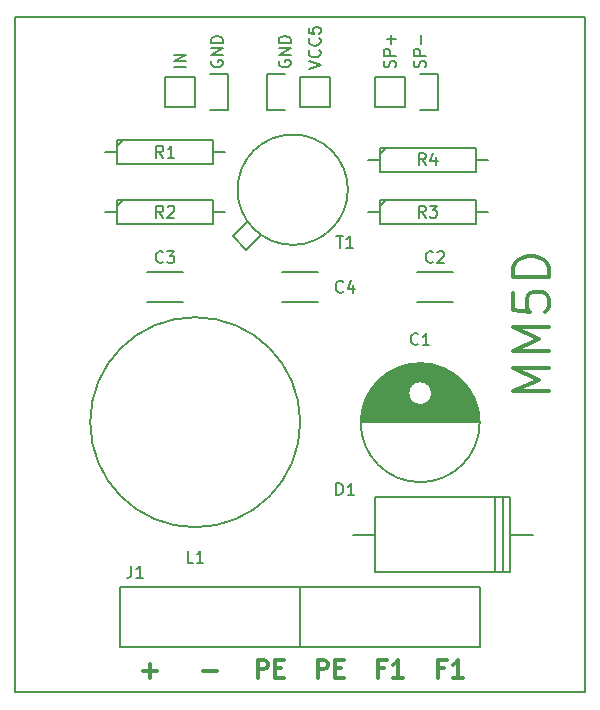
<source format=gbr>
G04 #@! TF.FileFunction,Legend,Top*
%FSLAX46Y46*%
G04 Gerber Fmt 4.6, Leading zero omitted, Abs format (unit mm)*
G04 Created by KiCad (PCBNEW 4.0.7) date 02/20/20 23:32:09*
%MOMM*%
%LPD*%
G01*
G04 APERTURE LIST*
%ADD10C,0.150000*%
%ADD11C,0.300000*%
%ADD12C,0.200000*%
G04 APERTURE END LIST*
D10*
D11*
X163282143Y-100257856D02*
X160282143Y-100257856D01*
X162425000Y-99257856D01*
X160282143Y-98257856D01*
X163282143Y-98257856D01*
X163282143Y-96829285D02*
X160282143Y-96829285D01*
X162425000Y-95829285D01*
X160282143Y-94829285D01*
X163282143Y-94829285D01*
X160282143Y-91972143D02*
X160282143Y-93400714D01*
X161710714Y-93543571D01*
X161567857Y-93400714D01*
X161425000Y-93115000D01*
X161425000Y-92400714D01*
X161567857Y-92115000D01*
X161710714Y-91972143D01*
X161996429Y-91829286D01*
X162710714Y-91829286D01*
X162996429Y-91972143D01*
X163139286Y-92115000D01*
X163282143Y-92400714D01*
X163282143Y-93115000D01*
X163139286Y-93400714D01*
X162996429Y-93543571D01*
X163282143Y-90543571D02*
X160282143Y-90543571D01*
X160282143Y-89829286D01*
X160425000Y-89400714D01*
X160710714Y-89115000D01*
X160996429Y-88972143D01*
X161567857Y-88829286D01*
X161996429Y-88829286D01*
X162567857Y-88972143D01*
X162853571Y-89115000D01*
X163139286Y-89400714D01*
X163282143Y-89829286D01*
X163282143Y-90543571D01*
X143708572Y-124503571D02*
X143708572Y-123003571D01*
X144280000Y-123003571D01*
X144422858Y-123075000D01*
X144494286Y-123146429D01*
X144565715Y-123289286D01*
X144565715Y-123503571D01*
X144494286Y-123646429D01*
X144422858Y-123717857D01*
X144280000Y-123789286D01*
X143708572Y-123789286D01*
X145208572Y-123717857D02*
X145708572Y-123717857D01*
X145922858Y-124503571D02*
X145208572Y-124503571D01*
X145208572Y-123003571D01*
X145922858Y-123003571D01*
X154440001Y-123717857D02*
X153940001Y-123717857D01*
X153940001Y-124503571D02*
X153940001Y-123003571D01*
X154654287Y-123003571D01*
X156011429Y-124503571D02*
X155154286Y-124503571D01*
X155582858Y-124503571D02*
X155582858Y-123003571D01*
X155440001Y-123217857D01*
X155297143Y-123360714D01*
X155154286Y-123432143D01*
X149360001Y-123717857D02*
X148860001Y-123717857D01*
X148860001Y-124503571D02*
X148860001Y-123003571D01*
X149574287Y-123003571D01*
X150931429Y-124503571D02*
X150074286Y-124503571D01*
X150502858Y-124503571D02*
X150502858Y-123003571D01*
X150360001Y-123217857D01*
X150217143Y-123360714D01*
X150074286Y-123432143D01*
X138628572Y-124503571D02*
X138628572Y-123003571D01*
X139200000Y-123003571D01*
X139342858Y-123075000D01*
X139414286Y-123146429D01*
X139485715Y-123289286D01*
X139485715Y-123503571D01*
X139414286Y-123646429D01*
X139342858Y-123717857D01*
X139200000Y-123789286D01*
X138628572Y-123789286D01*
X140128572Y-123717857D02*
X140628572Y-123717857D01*
X140842858Y-124503571D02*
X140128572Y-124503571D01*
X140128572Y-123003571D01*
X140842858Y-123003571D01*
X134048572Y-123932143D02*
X135191429Y-123932143D01*
X128968572Y-123932143D02*
X130111429Y-123932143D01*
X129540000Y-124503571D02*
X129540000Y-123360714D01*
D12*
X157480000Y-121920000D02*
X142240000Y-121920000D01*
X157480000Y-116840000D02*
X157480000Y-121920000D01*
X142240000Y-116840000D02*
X157480000Y-116840000D01*
X127000000Y-116840000D02*
X127000000Y-121920000D01*
X142240000Y-116840000D02*
X127000000Y-116840000D01*
X142240000Y-121920000D02*
X142240000Y-116840000D01*
X127000000Y-121920000D02*
X142240000Y-121920000D01*
D10*
X132532381Y-72786905D02*
X131532381Y-72786905D01*
X132532381Y-72310715D02*
X131532381Y-72310715D01*
X132532381Y-71739286D01*
X131532381Y-71739286D01*
X134755000Y-72263095D02*
X134707381Y-72358333D01*
X134707381Y-72501190D01*
X134755000Y-72644048D01*
X134850238Y-72739286D01*
X134945476Y-72786905D01*
X135135952Y-72834524D01*
X135278810Y-72834524D01*
X135469286Y-72786905D01*
X135564524Y-72739286D01*
X135659762Y-72644048D01*
X135707381Y-72501190D01*
X135707381Y-72405952D01*
X135659762Y-72263095D01*
X135612143Y-72215476D01*
X135278810Y-72215476D01*
X135278810Y-72405952D01*
X135707381Y-71786905D02*
X134707381Y-71786905D01*
X135707381Y-71215476D01*
X134707381Y-71215476D01*
X135707381Y-70739286D02*
X134707381Y-70739286D01*
X134707381Y-70501191D01*
X134755000Y-70358333D01*
X134850238Y-70263095D01*
X134945476Y-70215476D01*
X135135952Y-70167857D01*
X135278810Y-70167857D01*
X135469286Y-70215476D01*
X135564524Y-70263095D01*
X135659762Y-70358333D01*
X135707381Y-70501191D01*
X135707381Y-70739286D01*
X152804762Y-72834524D02*
X152852381Y-72691667D01*
X152852381Y-72453571D01*
X152804762Y-72358333D01*
X152757143Y-72310714D01*
X152661905Y-72263095D01*
X152566667Y-72263095D01*
X152471429Y-72310714D01*
X152423810Y-72358333D01*
X152376190Y-72453571D01*
X152328571Y-72644048D01*
X152280952Y-72739286D01*
X152233333Y-72786905D01*
X152138095Y-72834524D01*
X152042857Y-72834524D01*
X151947619Y-72786905D01*
X151900000Y-72739286D01*
X151852381Y-72644048D01*
X151852381Y-72405952D01*
X151900000Y-72263095D01*
X152852381Y-71834524D02*
X151852381Y-71834524D01*
X151852381Y-71453571D01*
X151900000Y-71358333D01*
X151947619Y-71310714D01*
X152042857Y-71263095D01*
X152185714Y-71263095D01*
X152280952Y-71310714D01*
X152328571Y-71358333D01*
X152376190Y-71453571D01*
X152376190Y-71834524D01*
X152471429Y-70834524D02*
X152471429Y-70072619D01*
X150264762Y-72834524D02*
X150312381Y-72691667D01*
X150312381Y-72453571D01*
X150264762Y-72358333D01*
X150217143Y-72310714D01*
X150121905Y-72263095D01*
X150026667Y-72263095D01*
X149931429Y-72310714D01*
X149883810Y-72358333D01*
X149836190Y-72453571D01*
X149788571Y-72644048D01*
X149740952Y-72739286D01*
X149693333Y-72786905D01*
X149598095Y-72834524D01*
X149502857Y-72834524D01*
X149407619Y-72786905D01*
X149360000Y-72739286D01*
X149312381Y-72644048D01*
X149312381Y-72405952D01*
X149360000Y-72263095D01*
X150312381Y-71834524D02*
X149312381Y-71834524D01*
X149312381Y-71453571D01*
X149360000Y-71358333D01*
X149407619Y-71310714D01*
X149502857Y-71263095D01*
X149645714Y-71263095D01*
X149740952Y-71310714D01*
X149788571Y-71358333D01*
X149836190Y-71453571D01*
X149836190Y-71834524D01*
X149931429Y-70834524D02*
X149931429Y-70072619D01*
X150312381Y-70453571D02*
X149550476Y-70453571D01*
X140470000Y-72263095D02*
X140422381Y-72358333D01*
X140422381Y-72501190D01*
X140470000Y-72644048D01*
X140565238Y-72739286D01*
X140660476Y-72786905D01*
X140850952Y-72834524D01*
X140993810Y-72834524D01*
X141184286Y-72786905D01*
X141279524Y-72739286D01*
X141374762Y-72644048D01*
X141422381Y-72501190D01*
X141422381Y-72405952D01*
X141374762Y-72263095D01*
X141327143Y-72215476D01*
X140993810Y-72215476D01*
X140993810Y-72405952D01*
X141422381Y-71786905D02*
X140422381Y-71786905D01*
X141422381Y-71215476D01*
X140422381Y-71215476D01*
X141422381Y-70739286D02*
X140422381Y-70739286D01*
X140422381Y-70501191D01*
X140470000Y-70358333D01*
X140565238Y-70263095D01*
X140660476Y-70215476D01*
X140850952Y-70167857D01*
X140993810Y-70167857D01*
X141184286Y-70215476D01*
X141279524Y-70263095D01*
X141374762Y-70358333D01*
X141422381Y-70501191D01*
X141422381Y-70739286D01*
X142962381Y-72929762D02*
X143962381Y-72596429D01*
X142962381Y-72263095D01*
X143867143Y-71358333D02*
X143914762Y-71405952D01*
X143962381Y-71548809D01*
X143962381Y-71644047D01*
X143914762Y-71786905D01*
X143819524Y-71882143D01*
X143724286Y-71929762D01*
X143533810Y-71977381D01*
X143390952Y-71977381D01*
X143200476Y-71929762D01*
X143105238Y-71882143D01*
X143010000Y-71786905D01*
X142962381Y-71644047D01*
X142962381Y-71548809D01*
X143010000Y-71405952D01*
X143057619Y-71358333D01*
X143867143Y-70358333D02*
X143914762Y-70405952D01*
X143962381Y-70548809D01*
X143962381Y-70644047D01*
X143914762Y-70786905D01*
X143819524Y-70882143D01*
X143724286Y-70929762D01*
X143533810Y-70977381D01*
X143390952Y-70977381D01*
X143200476Y-70929762D01*
X143105238Y-70882143D01*
X143010000Y-70786905D01*
X142962381Y-70644047D01*
X142962381Y-70548809D01*
X143010000Y-70405952D01*
X143057619Y-70358333D01*
X142962381Y-69453571D02*
X142962381Y-69929762D01*
X143438571Y-69977381D01*
X143390952Y-69929762D01*
X143343333Y-69834524D01*
X143343333Y-69596428D01*
X143390952Y-69501190D01*
X143438571Y-69453571D01*
X143533810Y-69405952D01*
X143771905Y-69405952D01*
X143867143Y-69453571D01*
X143914762Y-69501190D01*
X143962381Y-69596428D01*
X143962381Y-69834524D01*
X143914762Y-69929762D01*
X143867143Y-69977381D01*
X118110000Y-68580000D02*
X160020000Y-68580000D01*
X118110000Y-125730000D02*
X118110000Y-68580000D01*
X158115000Y-125730000D02*
X118110000Y-125730000D01*
X166370000Y-125730000D02*
X158115000Y-125730000D01*
X166370000Y-68580000D02*
X166370000Y-125730000D01*
X160020000Y-68580000D02*
X166370000Y-68580000D01*
X165100000Y-125730000D02*
X166370000Y-125730000D01*
X158115000Y-125730000D02*
X165100000Y-125730000D01*
X151130000Y-76200000D02*
X148590000Y-76200000D01*
X153950000Y-76480000D02*
X152400000Y-76480000D01*
X151130000Y-76200000D02*
X151130000Y-73660000D01*
X152400000Y-73380000D02*
X153950000Y-73380000D01*
X153950000Y-73380000D02*
X153950000Y-76480000D01*
X151130000Y-73660000D02*
X148590000Y-73660000D01*
X148590000Y-73660000D02*
X148590000Y-76200000D01*
X142240000Y-73660000D02*
X144780000Y-73660000D01*
X139420000Y-73380000D02*
X140970000Y-73380000D01*
X142240000Y-73660000D02*
X142240000Y-76200000D01*
X140970000Y-76480000D02*
X139420000Y-76480000D01*
X139420000Y-76480000D02*
X139420000Y-73380000D01*
X142240000Y-76200000D02*
X144780000Y-76200000D01*
X144780000Y-76200000D02*
X144780000Y-73660000D01*
X133350000Y-76200000D02*
X130810000Y-76200000D01*
X136170000Y-76480000D02*
X134620000Y-76480000D01*
X133350000Y-76200000D02*
X133350000Y-73660000D01*
X134620000Y-73380000D02*
X136170000Y-73380000D01*
X136170000Y-73380000D02*
X136170000Y-76480000D01*
X133350000Y-73660000D02*
X130810000Y-73660000D01*
X130810000Y-73660000D02*
X130810000Y-76200000D01*
X147955000Y-80645000D02*
X148971000Y-80645000D01*
X148971000Y-80645000D02*
X148971000Y-79629000D01*
X148971000Y-79629000D02*
X157099000Y-79629000D01*
X157099000Y-79629000D02*
X157099000Y-81661000D01*
X157099000Y-81661000D02*
X148971000Y-81661000D01*
X148971000Y-81661000D02*
X148971000Y-80645000D01*
X148971000Y-80137000D02*
X149479000Y-79629000D01*
X158115000Y-80645000D02*
X157099000Y-80645000D01*
X125730000Y-80010000D02*
X126746000Y-80010000D01*
X126746000Y-80010000D02*
X126746000Y-78994000D01*
X126746000Y-78994000D02*
X134874000Y-78994000D01*
X134874000Y-78994000D02*
X134874000Y-81026000D01*
X134874000Y-81026000D02*
X126746000Y-81026000D01*
X126746000Y-81026000D02*
X126746000Y-80010000D01*
X126746000Y-79502000D02*
X127254000Y-78994000D01*
X135890000Y-80010000D02*
X134874000Y-80010000D01*
X125730000Y-85090000D02*
X126746000Y-85090000D01*
X126746000Y-85090000D02*
X126746000Y-84074000D01*
X126746000Y-84074000D02*
X134874000Y-84074000D01*
X134874000Y-84074000D02*
X134874000Y-86106000D01*
X134874000Y-86106000D02*
X126746000Y-86106000D01*
X126746000Y-86106000D02*
X126746000Y-85090000D01*
X126746000Y-84582000D02*
X127254000Y-84074000D01*
X135890000Y-85090000D02*
X134874000Y-85090000D01*
X147955000Y-85090000D02*
X148971000Y-85090000D01*
X148971000Y-85090000D02*
X148971000Y-84074000D01*
X148971000Y-84074000D02*
X157099000Y-84074000D01*
X157099000Y-84074000D02*
X157099000Y-86106000D01*
X157099000Y-86106000D02*
X148971000Y-86106000D01*
X148971000Y-86106000D02*
X148971000Y-85090000D01*
X148971000Y-84582000D02*
X149479000Y-84074000D01*
X158115000Y-85090000D02*
X157099000Y-85090000D01*
X129290000Y-90190000D02*
X132290000Y-90190000D01*
X132290000Y-92690000D02*
X129290000Y-92690000D01*
X152150000Y-90190000D02*
X155150000Y-90190000D01*
X155150000Y-92690000D02*
X152150000Y-92690000D01*
X138938000Y-86995000D02*
X137668000Y-88265000D01*
X137795000Y-85852000D02*
X136525000Y-87122000D01*
X136525000Y-87122000D02*
X137668000Y-88265000D01*
X146278186Y-83185000D02*
G75*
G03X146278186Y-83185000I-4673186J0D01*
G01*
X147401000Y-102835000D02*
X157399000Y-102835000D01*
X147405000Y-102695000D02*
X157395000Y-102695000D01*
X147413000Y-102555000D02*
X157387000Y-102555000D01*
X147425000Y-102415000D02*
X157375000Y-102415000D01*
X147440000Y-102275000D02*
X157360000Y-102275000D01*
X147460000Y-102135000D02*
X157340000Y-102135000D01*
X147484000Y-101995000D02*
X157316000Y-101995000D01*
X147513000Y-101855000D02*
X157287000Y-101855000D01*
X147545000Y-101715000D02*
X157255000Y-101715000D01*
X147582000Y-101575000D02*
X157218000Y-101575000D01*
X147623000Y-101435000D02*
X157177000Y-101435000D01*
X147668000Y-101295000D02*
X151934000Y-101295000D01*
X152866000Y-101295000D02*
X157132000Y-101295000D01*
X147718000Y-101155000D02*
X151733000Y-101155000D01*
X153067000Y-101155000D02*
X157082000Y-101155000D01*
X147773000Y-101015000D02*
X151604000Y-101015000D01*
X153196000Y-101015000D02*
X157027000Y-101015000D01*
X147833000Y-100875000D02*
X151515000Y-100875000D01*
X153285000Y-100875000D02*
X156967000Y-100875000D01*
X147898000Y-100735000D02*
X151454000Y-100735000D01*
X153346000Y-100735000D02*
X156902000Y-100735000D01*
X147968000Y-100595000D02*
X151417000Y-100595000D01*
X153383000Y-100595000D02*
X156832000Y-100595000D01*
X148044000Y-100455000D02*
X151401000Y-100455000D01*
X153399000Y-100455000D02*
X156756000Y-100455000D01*
X148126000Y-100315000D02*
X151405000Y-100315000D01*
X153395000Y-100315000D02*
X156674000Y-100315000D01*
X148214000Y-100175000D02*
X151428000Y-100175000D01*
X153372000Y-100175000D02*
X156586000Y-100175000D01*
X148309000Y-100035000D02*
X151473000Y-100035000D01*
X153327000Y-100035000D02*
X156491000Y-100035000D01*
X148411000Y-99895000D02*
X151543000Y-99895000D01*
X153257000Y-99895000D02*
X156389000Y-99895000D01*
X148521000Y-99755000D02*
X151644000Y-99755000D01*
X153156000Y-99755000D02*
X156279000Y-99755000D01*
X148639000Y-99615000D02*
X151793000Y-99615000D01*
X153007000Y-99615000D02*
X156161000Y-99615000D01*
X148767000Y-99475000D02*
X152045000Y-99475000D01*
X152755000Y-99475000D02*
X156033000Y-99475000D01*
X148904000Y-99335000D02*
X155896000Y-99335000D01*
X149054000Y-99195000D02*
X155746000Y-99195000D01*
X149216000Y-99055000D02*
X155584000Y-99055000D01*
X149393000Y-98915000D02*
X155407000Y-98915000D01*
X149589000Y-98775000D02*
X155211000Y-98775000D01*
X149807000Y-98635000D02*
X154993000Y-98635000D01*
X150053000Y-98495000D02*
X154747000Y-98495000D01*
X150338000Y-98355000D02*
X154462000Y-98355000D01*
X150680000Y-98215000D02*
X154120000Y-98215000D01*
X151126000Y-98075000D02*
X153674000Y-98075000D01*
X151901000Y-97935000D02*
X152899000Y-97935000D01*
X153400000Y-100410000D02*
G75*
G03X153400000Y-100410000I-1000000J0D01*
G01*
X157437500Y-102910000D02*
G75*
G03X157437500Y-102910000I-5037500J0D01*
G01*
X148590000Y-109220000D02*
X148590000Y-115570000D01*
X148590000Y-115570000D02*
X160020000Y-115570000D01*
X160020000Y-115570000D02*
X160020000Y-109220000D01*
X160020000Y-109220000D02*
X148590000Y-109220000D01*
X159385000Y-109220000D02*
X159385000Y-115570000D01*
X158750000Y-115570000D02*
X158750000Y-109220000D01*
X160020000Y-112395000D02*
X161925000Y-112395000D01*
X148590000Y-112395000D02*
X146685000Y-112395000D01*
X140720000Y-90190000D02*
X143720000Y-90190000D01*
X143720000Y-92690000D02*
X140720000Y-92690000D01*
X142240000Y-102870000D02*
G75*
G03X142240000Y-102870000I-8890000J0D01*
G01*
X152868334Y-81097381D02*
X152535000Y-80621190D01*
X152296905Y-81097381D02*
X152296905Y-80097381D01*
X152677858Y-80097381D01*
X152773096Y-80145000D01*
X152820715Y-80192619D01*
X152868334Y-80287857D01*
X152868334Y-80430714D01*
X152820715Y-80525952D01*
X152773096Y-80573571D01*
X152677858Y-80621190D01*
X152296905Y-80621190D01*
X153725477Y-80430714D02*
X153725477Y-81097381D01*
X153487381Y-80049762D02*
X153249286Y-80764048D01*
X153868334Y-80764048D01*
X130643334Y-80462381D02*
X130310000Y-79986190D01*
X130071905Y-80462381D02*
X130071905Y-79462381D01*
X130452858Y-79462381D01*
X130548096Y-79510000D01*
X130595715Y-79557619D01*
X130643334Y-79652857D01*
X130643334Y-79795714D01*
X130595715Y-79890952D01*
X130548096Y-79938571D01*
X130452858Y-79986190D01*
X130071905Y-79986190D01*
X131595715Y-80462381D02*
X131024286Y-80462381D01*
X131310000Y-80462381D02*
X131310000Y-79462381D01*
X131214762Y-79605238D01*
X131119524Y-79700476D01*
X131024286Y-79748095D01*
X130643334Y-85542381D02*
X130310000Y-85066190D01*
X130071905Y-85542381D02*
X130071905Y-84542381D01*
X130452858Y-84542381D01*
X130548096Y-84590000D01*
X130595715Y-84637619D01*
X130643334Y-84732857D01*
X130643334Y-84875714D01*
X130595715Y-84970952D01*
X130548096Y-85018571D01*
X130452858Y-85066190D01*
X130071905Y-85066190D01*
X131024286Y-84637619D02*
X131071905Y-84590000D01*
X131167143Y-84542381D01*
X131405239Y-84542381D01*
X131500477Y-84590000D01*
X131548096Y-84637619D01*
X131595715Y-84732857D01*
X131595715Y-84828095D01*
X131548096Y-84970952D01*
X130976667Y-85542381D01*
X131595715Y-85542381D01*
X152868334Y-85542381D02*
X152535000Y-85066190D01*
X152296905Y-85542381D02*
X152296905Y-84542381D01*
X152677858Y-84542381D01*
X152773096Y-84590000D01*
X152820715Y-84637619D01*
X152868334Y-84732857D01*
X152868334Y-84875714D01*
X152820715Y-84970952D01*
X152773096Y-85018571D01*
X152677858Y-85066190D01*
X152296905Y-85066190D01*
X153201667Y-84542381D02*
X153820715Y-84542381D01*
X153487381Y-84923333D01*
X153630239Y-84923333D01*
X153725477Y-84970952D01*
X153773096Y-85018571D01*
X153820715Y-85113810D01*
X153820715Y-85351905D01*
X153773096Y-85447143D01*
X153725477Y-85494762D01*
X153630239Y-85542381D01*
X153344524Y-85542381D01*
X153249286Y-85494762D01*
X153201667Y-85447143D01*
X130623334Y-89297143D02*
X130575715Y-89344762D01*
X130432858Y-89392381D01*
X130337620Y-89392381D01*
X130194762Y-89344762D01*
X130099524Y-89249524D01*
X130051905Y-89154286D01*
X130004286Y-88963810D01*
X130004286Y-88820952D01*
X130051905Y-88630476D01*
X130099524Y-88535238D01*
X130194762Y-88440000D01*
X130337620Y-88392381D01*
X130432858Y-88392381D01*
X130575715Y-88440000D01*
X130623334Y-88487619D01*
X130956667Y-88392381D02*
X131575715Y-88392381D01*
X131242381Y-88773333D01*
X131385239Y-88773333D01*
X131480477Y-88820952D01*
X131528096Y-88868571D01*
X131575715Y-88963810D01*
X131575715Y-89201905D01*
X131528096Y-89297143D01*
X131480477Y-89344762D01*
X131385239Y-89392381D01*
X131099524Y-89392381D01*
X131004286Y-89344762D01*
X130956667Y-89297143D01*
X153483334Y-89297143D02*
X153435715Y-89344762D01*
X153292858Y-89392381D01*
X153197620Y-89392381D01*
X153054762Y-89344762D01*
X152959524Y-89249524D01*
X152911905Y-89154286D01*
X152864286Y-88963810D01*
X152864286Y-88820952D01*
X152911905Y-88630476D01*
X152959524Y-88535238D01*
X153054762Y-88440000D01*
X153197620Y-88392381D01*
X153292858Y-88392381D01*
X153435715Y-88440000D01*
X153483334Y-88487619D01*
X153864286Y-88487619D02*
X153911905Y-88440000D01*
X154007143Y-88392381D01*
X154245239Y-88392381D01*
X154340477Y-88440000D01*
X154388096Y-88487619D01*
X154435715Y-88582857D01*
X154435715Y-88678095D01*
X154388096Y-88820952D01*
X153816667Y-89392381D01*
X154435715Y-89392381D01*
X145288095Y-87082381D02*
X145859524Y-87082381D01*
X145573809Y-88082381D02*
X145573809Y-87082381D01*
X146716667Y-88082381D02*
X146145238Y-88082381D01*
X146430952Y-88082381D02*
X146430952Y-87082381D01*
X146335714Y-87225238D01*
X146240476Y-87320476D01*
X146145238Y-87368095D01*
X152233334Y-96242143D02*
X152185715Y-96289762D01*
X152042858Y-96337381D01*
X151947620Y-96337381D01*
X151804762Y-96289762D01*
X151709524Y-96194524D01*
X151661905Y-96099286D01*
X151614286Y-95908810D01*
X151614286Y-95765952D01*
X151661905Y-95575476D01*
X151709524Y-95480238D01*
X151804762Y-95385000D01*
X151947620Y-95337381D01*
X152042858Y-95337381D01*
X152185715Y-95385000D01*
X152233334Y-95432619D01*
X153185715Y-96337381D02*
X152614286Y-96337381D01*
X152900000Y-96337381D02*
X152900000Y-95337381D01*
X152804762Y-95480238D01*
X152709524Y-95575476D01*
X152614286Y-95623095D01*
X145311905Y-109037381D02*
X145311905Y-108037381D01*
X145550000Y-108037381D01*
X145692858Y-108085000D01*
X145788096Y-108180238D01*
X145835715Y-108275476D01*
X145883334Y-108465952D01*
X145883334Y-108608810D01*
X145835715Y-108799286D01*
X145788096Y-108894524D01*
X145692858Y-108989762D01*
X145550000Y-109037381D01*
X145311905Y-109037381D01*
X146835715Y-109037381D02*
X146264286Y-109037381D01*
X146550000Y-109037381D02*
X146550000Y-108037381D01*
X146454762Y-108180238D01*
X146359524Y-108275476D01*
X146264286Y-108323095D01*
X145883334Y-91797143D02*
X145835715Y-91844762D01*
X145692858Y-91892381D01*
X145597620Y-91892381D01*
X145454762Y-91844762D01*
X145359524Y-91749524D01*
X145311905Y-91654286D01*
X145264286Y-91463810D01*
X145264286Y-91320952D01*
X145311905Y-91130476D01*
X145359524Y-91035238D01*
X145454762Y-90940000D01*
X145597620Y-90892381D01*
X145692858Y-90892381D01*
X145835715Y-90940000D01*
X145883334Y-90987619D01*
X146740477Y-91225714D02*
X146740477Y-91892381D01*
X146502381Y-90844762D02*
X146264286Y-91559048D01*
X146883334Y-91559048D01*
X133183334Y-114752381D02*
X132707143Y-114752381D01*
X132707143Y-113752381D01*
X134040477Y-114752381D02*
X133469048Y-114752381D01*
X133754762Y-114752381D02*
X133754762Y-113752381D01*
X133659524Y-113895238D01*
X133564286Y-113990476D01*
X133469048Y-114038095D01*
X127936667Y-115022381D02*
X127936667Y-115736667D01*
X127889047Y-115879524D01*
X127793809Y-115974762D01*
X127650952Y-116022381D01*
X127555714Y-116022381D01*
X128936667Y-116022381D02*
X128365238Y-116022381D01*
X128650952Y-116022381D02*
X128650952Y-115022381D01*
X128555714Y-115165238D01*
X128460476Y-115260476D01*
X128365238Y-115308095D01*
M02*

</source>
